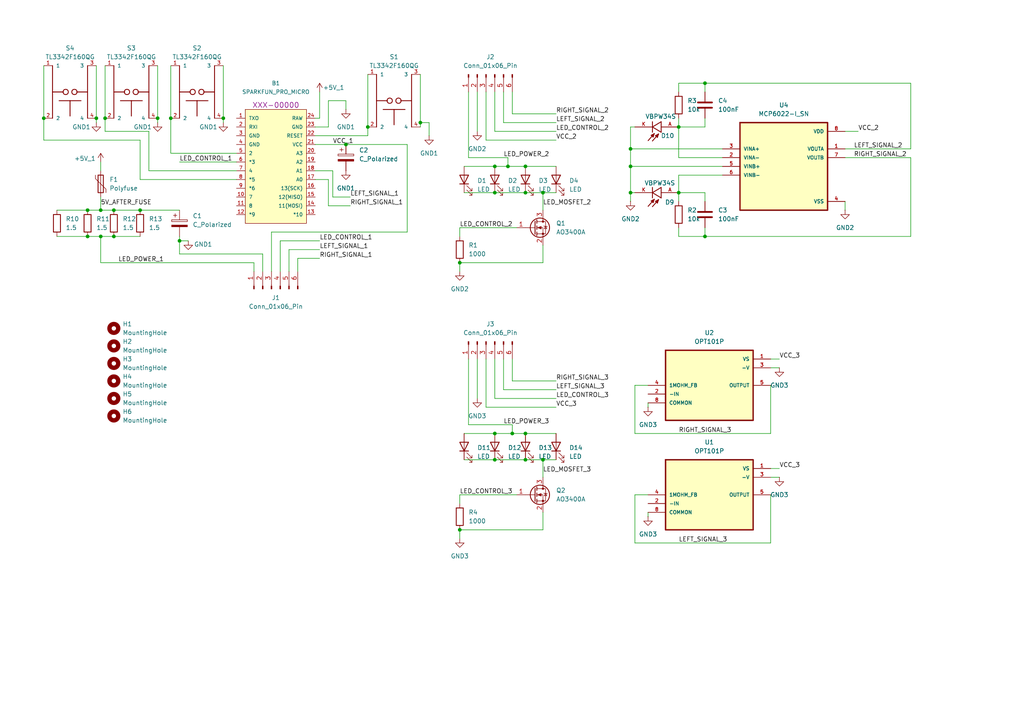
<source format=kicad_sch>
(kicad_sch (version 20231120) (generator "eeschema") (generator_version "8.0")
  (paper "A4")
  (lib_symbols
    (symbol "Connector:Conn_01x06_Pin" (pin_names (offset 1.016) hide)
      (property "Reference" "J" (at 0 7.62 0))
      (property "Value" "Conn_01x06_Pin" (at 0 -10.16 0))
      (symbol "Conn_01x06_Pin_1_1"
        (polyline (pts (xy 1.27 -7.62) (xy 0.8636 -7.62)) (stroke (width 0.1524)))
        (polyline (pts (xy 1.27 -5.08) (xy 0.8636 -5.08)) (stroke (width 0.1524)))
        (polyline (pts (xy 1.27 -2.54) (xy 0.8636 -2.54)) (stroke (width 0.1524)))
        (polyline (pts (xy 1.27 0) (xy 0.8636 0)) (stroke (width 0.1524)))
        (polyline (pts (xy 1.27 2.54) (xy 0.8636 2.54)) (stroke (width 0.1524)))
        (polyline (pts (xy 1.27 5.08) (xy 0.8636 5.08)) (stroke (width 0.1524)))
        (rectangle (start 0.8636 -7.493) (end 0 -7.747) (stroke (width 0.1524)) (fill (type outline)))
        (rectangle (start 0.8636 -4.953) (end 0 -5.207) (stroke (width 0.1524)) (fill (type outline)))
        (rectangle (start 0.8636 -2.413) (end 0 -2.667) (stroke (width 0.1524)) (fill (type outline)))
        (rectangle (start 0.8636 0.127) (end 0 -0.127) (stroke (width 0.1524)) (fill (type outline)))
        (rectangle (start 0.8636 2.667) (end 0 2.413) (stroke (width 0.1524)) (fill (type outline)))
        (rectangle (start 0.8636 5.207) (end 0 4.953) (stroke (width 0.1524)) (fill (type outline)))
        (pin passive line (at 5.08 5.08 180) (length 3.81) (name "Pin_1") (number "1"))
        (pin passive line (at 5.08 2.54 180) (length 3.81) (name "Pin_2") (number "2"))
        (pin passive line (at 5.08 0 180) (length 3.81) (name "Pin_3") (number "3"))
        (pin passive line (at 5.08 -2.54 180) (length 3.81) (name "Pin_4") (number "4"))
        (pin passive line (at 5.08 -5.08 180) (length 3.81) (name "Pin_5") (number "5"))
        (pin passive line (at 5.08 -7.62 180) (length 3.81) (name "Pin_6") (number "6"))
      )
    )
    (symbol "Device:C" (pin_numbers hide) (pin_names (offset 0.254))
      (property "Reference" "C" (at 0.635 2.54 0))
      (property "Value" "C" (at 0.635 -2.54 0))
      (symbol "C_0_1"
        (polyline (pts (xy -2.032 -0.762) (xy 2.032 -0.762)) (stroke (width 0.508)))
        (polyline (pts (xy -2.032 0.762) (xy 2.032 0.762)) (stroke (width 0.508)))
      )
      (symbol "C_1_1"
        (pin passive line (at 0 3.81 270) (length 2.794) (name "~") (number "1"))
        (pin passive line (at 0 -3.81 90) (length 2.794) (name "~") (number "2"))
      )
    )
    (symbol "Device:C_Polarized" (pin_numbers hide) (pin_names (offset 0.254))
      (property "Reference" "C" (at 0.635 2.54 0))
      (property "Value" "C_Polarized" (at 0.635 -2.54 0))
      (symbol "C_Polarized_0_1"
        (rectangle (start -2.286 0.508) (end 2.286 1.016))
        (polyline (pts (xy -1.778 2.286) (xy -0.762 2.286)))
        (polyline (pts (xy -1.27 2.794) (xy -1.27 1.778)))
        (rectangle (start 2.286 -0.508) (end -2.286 -1.016) (fill (type outline)))
      )
      (symbol "C_Polarized_1_1"
        (pin passive line (at 0 3.81 270) (length 2.794) (name "~") (number "1"))
        (pin passive line (at 0 -3.81 90) (length 2.794) (name "~") (number "2"))
      )
    )
    (symbol "Device:LED" (pin_numbers hide) (pin_names (offset 1.016) hide)
      (property "Reference" "D" (at 0 2.54 0))
      (property "Value" "LED" (at 0 -2.54 0))
      (symbol "LED_0_1"
        (polyline (pts (xy -1.27 -1.27) (xy -1.27 1.27)) (stroke (width 0.254)))
        (polyline (pts (xy -1.27 0) (xy 1.27 0)))
        (polyline (pts (xy 1.27 -1.27) (xy 1.27 1.27) (xy -1.27 0) (xy 1.27 -1.27)) (stroke (width 0.254)))
        (polyline (pts (xy -3.048 -0.762) (xy -4.572 -2.286) (xy -3.81 -2.286) (xy -4.572 -2.286) (xy -4.572 -1.524)))
        (polyline (pts (xy -1.778 -0.762) (xy -3.302 -2.286) (xy -2.54 -2.286) (xy -3.302 -2.286) (xy -3.302 -1.524)))
      )
      (symbol "LED_1_1"
        (pin passive line (at -3.81 0 0) (length 2.54) (name "K") (number "1"))
        (pin passive line (at 3.81 0 180) (length 2.54) (name "A") (number "2"))
      )
    )
    (symbol "Device:Polyfuse" (pin_numbers hide) (pin_names (offset 0))
      (property "Reference" "F" (at -2.54 0 90))
      (property "Value" "Polyfuse" (at 2.54 0 90))
      (symbol "Polyfuse_0_1"
        (rectangle (start -0.762 2.54) (end 0.762 -2.54) (stroke (width 0.254)))
        (polyline (pts (xy 0 2.54) (xy 0 -2.54)))
        (polyline (pts (xy -1.524 2.54) (xy -1.524 1.524) (xy 1.524 -1.524) (xy 1.524 -2.54)))
      )
      (symbol "Polyfuse_1_1"
        (pin passive line (at 0 3.81 270) (length 1.27) (name "~") (number "1"))
        (pin passive line (at 0 -3.81 90) (length 1.27) (name "~") (number "2"))
      )
    )
    (symbol "Device:R" (pin_numbers hide) (pin_names (offset 0))
      (property "Reference" "R" (at 2.032 0 90))
      (property "Value" "R" (at 0 0 90))
      (symbol "R_0_1"
        (rectangle (start -1.016 -2.54) (end 1.016 2.54) (stroke (width 0.254)))
      )
      (symbol "R_1_1"
        (pin passive line (at 0 3.81 270) (length 1.27) (name "~") (number "1"))
        (pin passive line (at 0 -3.81 90) (length 1.27) (name "~") (number "2"))
      )
    )
    (symbol "MCP6022-I_SN:MCP6022-I_SN" (pin_names (offset 1.016))
      (property "Reference" "U" (at -12.7 13.7 0))
      (property "Value" "MCP6022-I_SN" (at -12.7 -16.7 0))
      (symbol "MCP6022-I_SN_0_0"
        (rectangle (start -12.7 -12.7) (end 12.7 12.7) (stroke (width 0.41)) (fill (type background)))
        (pin output line (at 17.78 5.08 180) (length 5.08) (name "VOUTA") (number "1"))
        (pin input line (at -17.78 2.54 0) (length 5.08) (name "VINA-") (number "2"))
        (pin input line (at -17.78 5.08 0) (length 5.08) (name "VINA+") (number "3"))
        (pin power_in line (at 17.78 -10.16 180) (length 5.08) (name "VSS") (number "4"))
        (pin input line (at -17.78 0 0) (length 5.08) (name "VINB+") (number "5"))
        (pin input line (at -17.78 -2.54 0) (length 5.08) (name "VINB-") (number "6"))
        (pin output line (at 17.78 2.54 180) (length 5.08) (name "VOUTB") (number "7"))
        (pin power_in line (at 17.78 10.16 180) (length 5.08) (name "VDD") (number "8"))
      )
    )
    (symbol "Mechanical:MountingHole" (pin_names (offset 1.016)) (exclude_from_sim yes) (in_bom no)
      (property "Reference" "H" (at 0 5.08 0))
      (property "Value" "MountingHole" (at 0 3.175 0))
      (symbol "MountingHole_0_1"
        (circle (center 0 0) (radius 1.27) (stroke (width 1.27)))
      )
    )
    (symbol "OPT101:OPT101P" (pin_names (offset 1.016))
      (property "Reference" "U" (at -12.7 11.16 0))
      (property "Value" "OPT101P" (at -12.7 -14.16 0))
      (symbol "OPT101P_0_0"
        (rectangle (start -12.7 -10.16) (end 12.7 10.16) (stroke (width 0.41)) (fill (type background)))
        (pin power_in line (at 17.78 7.62 180) (length 5.08) (name "VS") (number "1"))
        (pin input line (at -17.78 -2.54 0) (length 5.08) (name "-IN") (number "2"))
        (pin power_in line (at 17.78 5.08 180) (length 5.08) (name "-V") (number "3"))
        (pin input line (at -17.78 0 0) (length 5.08) (name "1MOHM_FB") (number "4"))
        (pin output line (at 17.78 0 180) (length 5.08) (name "OUTPUT") (number "5"))
        (pin input line (at -17.78 -5.08 0) (length 5.08) (name "COMMON") (number "8"))
      )
    )
    (symbol "Sparkfun.Boards:SPARKFUN_PRO_MICRO" (pin_names (offset 1.016))
      (property "Reference" "B" (at -8.89 17.78 0))
      (property "Value" "SPARKFUN_PRO_MICRO" (at -8.89 -19.05 0))
      (property "Field4" "XXX-00000" (at 0 21.59 0))
      (symbol "SPARKFUN_PRO_MICRO_1_1"
        (polyline (pts (xy -8.89 16.51) (xy -8.89 -16.51) (xy 8.89 -16.51) (xy 8.89 16.51) (xy -8.89 16.51)) (fill (type background)))
        (pin bidirectional line (at -11.43 13.97 0) (length 2.54) (name "TXO") (number "1"))
        (pin bidirectional line (at -11.43 -8.89 0) (length 2.54) (name "7") (number "10"))
        (pin bidirectional line (at -11.43 -11.43 0) (length 2.54) (name "8") (number "11"))
        (pin bidirectional line (at -11.43 -13.97 0) (length 2.54) (name "*9") (number "12"))
        (pin bidirectional line (at 11.43 -13.97 180) (length 2.54) (name "*10") (number "13"))
        (pin bidirectional line (at 11.43 -11.43 180) (length 2.54) (name "11(MOSI)") (number "14"))
        (pin bidirectional line (at 11.43 -8.89 180) (length 2.54) (name "12(MISO)") (number "15"))
        (pin bidirectional line (at 11.43 -6.35 180) (length 2.54) (name "13(SCK)") (number "16"))
        (pin bidirectional line (at 11.43 -3.81 180) (length 2.54) (name "A0") (number "17"))
        (pin bidirectional line (at 11.43 -1.27 180) (length 2.54) (name "A1") (number "18"))
        (pin bidirectional line (at 11.43 1.27 180) (length 2.54) (name "A2") (number "19"))
        (pin bidirectional line (at -11.43 11.43 0) (length 2.54) (name "RXI") (number "2"))
        (pin bidirectional line (at 11.43 3.81 180) (length 2.54) (name "A3") (number "20"))
        (pin power_in line (at 11.43 6.35 180) (length 2.54) (name "VCC") (number "21"))
        (pin bidirectional line (at 11.43 8.89 180) (length 2.54) (name "RESET") (number "22"))
        (pin power_in line (at 11.43 11.43 180) (length 2.54) (name "GND") (number "23"))
        (pin power_in line (at 11.43 13.97 180) (length 2.54) (name "RAW") (number "24"))
        (pin power_in line (at -11.43 8.89 0) (length 2.54) (name "GND") (number "3"))
        (pin power_in line (at -11.43 6.35 0) (length 2.54) (name "GND") (number "4"))
        (pin bidirectional line (at -11.43 3.81 0) (length 2.54) (name "2") (number "5"))
        (pin bidirectional line (at -11.43 1.27 0) (length 2.54) (name "*3") (number "6"))
        (pin bidirectional line (at -11.43 -1.27 0) (length 2.54) (name "4") (number "7"))
        (pin bidirectional line (at -11.43 -3.81 0) (length 2.54) (name "*5") (number "8"))
        (pin bidirectional line (at -11.43 -6.35 0) (length 2.54) (name "*6") (number "9"))
      )
    )
    (symbol "TactileSwitch:TL3342F160QG" (pin_names (offset 1.016))
      (property "Reference" "S" (at -8.9062 11.4509 0))
      (property "Value" "TL3342F160QG" (at -8.898 -12.7114 0))
      (symbol "TL3342F160QG_0_0"
        (circle (center 0 -1.27) (radius 0.762) (stroke (width 0.254)))
        (polyline (pts (xy -7.62 -5.08) (xy 0 -5.08)) (stroke (width 0.254)))
        (polyline (pts (xy -7.62 5.08) (xy 0 5.08)) (stroke (width 0.254)))
        (polyline (pts (xy 0 -5.08) (xy 7.62 -5.08)) (stroke (width 0.254)))
        (polyline (pts (xy 0 -1.905) (xy 0 -5.08)) (stroke (width 0.254)))
        (polyline (pts (xy 0 1.905) (xy 0 5.08)) (stroke (width 0.254)))
        (polyline (pts (xy 0 5.08) (xy 7.62 5.08)) (stroke (width 0.254)))
        (polyline (pts (xy 2.54 0) (xy 2.54 -3.175)) (stroke (width 0.254)))
        (polyline (pts (xy 2.54 0) (xy 6.985 0)) (stroke (width 0.254)))
        (polyline (pts (xy 2.54 3.175) (xy 2.54 0)) (stroke (width 0.254)))
        (circle (center 0 1.27) (radius 0.762) (stroke (width 0.254)))
        (pin passive line (at -7.62 -7.62 90) (length 2.54) (name "1") (number "1"))
        (pin passive line (at 7.62 -7.62 90) (length 2.54) (name "2") (number "2"))
        (pin passive line (at -7.62 7.62 270) (length 2.54) (name "3") (number "3"))
        (pin passive line (at 7.62 7.62 270) (length 2.54) (name "4") (number "4"))
      )
    )
    (symbol "Transistor_FET:AO3400A" (pin_names hide)
      (property "Reference" "Q" (at 5.08 1.905 0))
      (property "Value" "AO3400A" (at 5.08 0 0))
      (symbol "AO3400A_0_1"
        (polyline (pts (xy 0.254 0) (xy -2.54 0)))
        (polyline (pts (xy 0.254 1.905) (xy 0.254 -1.905)) (stroke (width 0.254)))
        (polyline (pts (xy 0.762 -1.27) (xy 0.762 -2.286)) (stroke (width 0.254)))
        (polyline (pts (xy 0.762 0.508) (xy 0.762 -0.508)) (stroke (width 0.254)))
        (polyline (pts (xy 0.762 2.286) (xy 0.762 1.27)) (stroke (width 0.254)))
        (polyline (pts (xy 2.54 2.54) (xy 2.54 1.778)))
        (polyline (pts (xy 2.54 -2.54) (xy 2.54 0) (xy 0.762 0)))
        (polyline (pts (xy 0.762 -1.778) (xy 3.302 -1.778) (xy 3.302 1.778) (xy 0.762 1.778)))
        (polyline (pts (xy 1.016 0) (xy 2.032 0.381) (xy 2.032 -0.381) (xy 1.016 0)) (fill (type outline)))
        (polyline (pts (xy 2.794 0.508) (xy 2.921 0.381) (xy 3.683 0.381) (xy 3.81 0.254)))
        (polyline (pts (xy 3.302 0.381) (xy 2.921 -0.254) (xy 3.683 -0.254) (xy 3.302 0.381)))
        (circle (center 1.651 0) (radius 2.794) (stroke (width 0.254)))
        (circle (center 2.54 -1.778) (radius 0.254) (fill (type outline)))
        (circle (center 2.54 1.778) (radius 0.254) (fill (type outline)))
      )
      (symbol "AO3400A_1_1"
        (pin input line (at -5.08 0 0) (length 2.54) (name "G") (number "1"))
        (pin passive line (at 2.54 -5.08 90) (length 2.54) (name "S") (number "2"))
        (pin passive line (at 2.54 5.08 270) (length 2.54) (name "D") (number "3"))
      )
    )
    (symbol "VBPW34S:VBPW34S" (pin_names (offset 1.016))
      (property "Reference" "D" (at -0.5588 4.4958 0))
      (property "Value" "VBPW34S" (at -1.016 -3.302 0))
      (symbol "VBPW34S_0_0"
        (polyline (pts (xy 0 -1.524) (xy 2.54 0)) (stroke (width 0.254)))
        (polyline (pts (xy 0 1.524) (xy 0 -1.524)) (stroke (width 0.254)))
        (polyline (pts (xy 0.762 2.032) (xy 1.0922 2.9972)) (stroke (width 0.254)))
        (polyline (pts (xy 0.762 2.032) (xy 2.54 4.064)) (stroke (width 0.254)))
        (polyline (pts (xy 1.0668 2.2606) (xy 1.1938 2.2606)) (stroke (width 0.254)))
        (polyline (pts (xy 1.0922 2.9972) (xy 1.0668 2.2606)) (stroke (width 0.254)))
        (polyline (pts (xy 1.0922 2.9972) (xy 1.651 2.5146)) (stroke (width 0.254)))
        (polyline (pts (xy 1.4732 2.5908) (xy 1.2446 2.4384)) (stroke (width 0.254)))
        (polyline (pts (xy 1.651 2.5146) (xy 0.762 2.032)) (stroke (width 0.254)))
        (polyline (pts (xy 2.0066 1.9304) (xy 2.3368 2.8956)) (stroke (width 0.254)))
        (polyline (pts (xy 2.0066 1.9304) (xy 3.7846 3.9624)) (stroke (width 0.254)))
        (polyline (pts (xy 2.3114 2.159) (xy 2.4384 2.159)) (stroke (width 0.254)))
        (polyline (pts (xy 2.3368 2.8956) (xy 2.3114 2.159)) (stroke (width 0.254)))
        (polyline (pts (xy 2.3368 2.8956) (xy 2.8956 2.413)) (stroke (width 0.254)))
        (polyline (pts (xy 2.54 0) (xy 0 1.524)) (stroke (width 0.254)))
        (polyline (pts (xy 2.54 1.524) (xy 2.54 -1.524)) (stroke (width 0.254)))
        (polyline (pts (xy 2.7178 2.4892) (xy 2.4892 2.3368)) (stroke (width 0.254)))
        (polyline (pts (xy 2.8956 2.413) (xy 2.0066 1.9304)) (stroke (width 0.254)))
        (pin passive line (at -5.08 0 0) (length 5.08) (name "~") (number "A"))
        (pin passive line (at 7.62 0 180) (length 5.08) (name "~") (number "K"))
      )
    )
    (symbol "power:+5V" (power) (pin_names (offset 0))
      (property "Value" "+5V" (at 0 3.556 0))
      (symbol "+5V_0_1"
        (polyline (pts (xy -0.762 1.27) (xy 0 2.54)))
        (polyline (pts (xy 0 0) (xy 0 2.54)))
        (polyline (pts (xy 0 2.54) (xy 0.762 1.27)))
      )
      (symbol "+5V_1_1"
        (pin power_in line (at 0 0 90) (length 0) hide (name "+5V") (number "1"))
      )
    )
    (symbol "power:GND1" (power) (pin_numbers hide) (pin_names (offset 0) hide)
      (property "Value" "GND1" (at 0 -3.81 0))
      (symbol "GND1_0_1"
        (polyline (pts (xy 0 0) (xy 0 -1.27) (xy 1.27 -1.27) (xy 0 -2.54) (xy -1.27 -1.27) (xy 0 -1.27)))
      )
      (symbol "GND1_1_1"
        (pin power_in line (at 0 0 270) (length 0) (name "~") (number "1"))
      )
    )
    (symbol "power:GND2" (power) (pin_numbers hide) (pin_names (offset 0) hide)
      (property "Value" "GND2" (at 0 -3.81 0))
      (symbol "GND2_0_1"
        (polyline (pts (xy 0 0) (xy 0 -1.27) (xy 1.27 -1.27) (xy 0 -2.54) (xy -1.27 -1.27) (xy 0 -1.27)))
      )
      (symbol "GND2_1_1"
        (pin power_in line (at 0 0 270) (length 0) (name "~") (number "1"))
      )
    )
    (symbol "power:GND3" (power) (pin_numbers hide) (pin_names (offset 0) hide)
      (property "Value" "GND3" (at 0 -3.81 0))
      (symbol "GND3_0_1"
        (polyline (pts (xy 0 0) (xy 0 -1.27) (xy 1.27 -1.27) (xy 0 -2.54) (xy -1.27 -1.27) (xy 0 -1.27)))
      )
      (symbol "GND3_1_1"
        (pin power_in line (at 0 0 270) (length 0) (name "~") (number "1"))
      )
    )
  )
  (junction (at 25.4 60.96))
  (junction (at 152.4 48.26))
  (junction (at 27.94 34.29))
  (junction (at 204.47 24.13))
  (junction (at 12.7 34.29))
  (junction (at 143.51 125.73))
  (junction (at 30.48 34.29))
  (junction (at 45.72 34.29))
  (junction (at 182.88 43.18))
  (junction (at 143.51 133.35))
  (junction (at 33.02 68.58))
  (junction (at 25.4 68.58))
  (junction (at 152.4 125.73))
  (junction (at 133.35 76.2))
  (junction (at 40.64 60.96))
  (junction (at 152.4 133.35))
  (junction (at 157.48 133.35))
  (junction (at 52.07 69.85))
  (junction (at 196.85 55.88))
  (junction (at 157.48 55.88))
  (junction (at 64.77 34.29))
  (junction (at 29.21 60.96))
  (junction (at 196.85 36.83))
  (junction (at 121.92 35.56))
  (junction (at 143.51 55.88))
  (junction (at 147.32 48.26))
  (junction (at 106.68 36.83))
  (junction (at 204.47 68.58))
  (junction (at 143.51 48.26))
  (junction (at 29.21 68.58))
  (junction (at 152.4 55.88))
  (junction (at 148.59 125.73))
  (junction (at 133.35 153.67))
  (junction (at 182.88 55.88))
  (junction (at 100.33 41.91))
  (junction (at 33.02 60.96))
  (junction (at 182.88 48.26))
  (junction (at 49.53 34.29))
  (wire (pts (xy 43.18 38.1) (xy 43.18 49.53)))
  (wire (pts (xy 49.53 44.45) (xy 68.58 44.45)))
  (wire (pts (xy 182.88 55.88) (xy 184.15 55.88)))
  (wire (pts (xy 245.11 38.1) (xy 248.92 38.1)))
  (wire (pts (xy 146.05 104.14) (xy 146.05 113.03)))
  (wire (pts (xy 124.46 35.56) (xy 121.92 35.56)))
  (wire (pts (xy 182.88 58.42) (xy 182.88 55.88)))
  (wire (pts (xy 138.43 104.14) (xy 138.43 115.57)))
  (wire (pts (xy 40.64 52.07) (xy 68.58 52.07)))
  (wire (pts (xy 95.25 52.07) (xy 91.44 52.07)))
  (wire (pts (xy 147.32 45.72) (xy 147.32 48.26)))
  (wire (pts (xy 152.4 48.26) (xy 161.29 48.26)))
  (wire (pts (xy 204.47 55.88) (xy 204.47 58.42)))
  (wire (pts (xy 245.11 45.72) (xy 264.16 45.72)))
  (wire (pts (xy 182.88 48.26) (xy 182.88 55.88)))
  (wire (pts (xy 204.47 66.04) (xy 204.47 68.58)))
  (wire (pts (xy 45.72 34.29) (xy 45.72 35.56)))
  (wire (pts (xy 196.85 45.72) (xy 209.55 45.72)))
  (wire (pts (xy 196.85 24.13) (xy 204.47 24.13)))
  (wire (pts (xy 134.62 55.88) (xy 143.51 55.88)))
  (wire (pts (xy 157.48 133.35) (xy 157.48 138.43)))
  (wire (pts (xy 223.52 104.14) (xy 226.06 104.14)))
  (wire (pts (xy 135.89 123.19) (xy 148.59 123.19)))
  (wire (pts (xy 264.16 43.18) (xy 264.16 24.13)))
  (wire (pts (xy 187.96 116.84) (xy 187.96 118.11)))
  (wire (pts (xy 146.05 113.03) (xy 161.29 113.03)))
  (wire (pts (xy 184.15 157.48) (xy 184.15 143.51)))
  (wire (pts (xy 29.21 68.58) (xy 33.02 68.58)))
  (wire (pts (xy 25.4 60.96) (xy 16.51 60.96)))
  (wire (pts (xy 264.16 68.58) (xy 204.47 68.58)))
  (wire (pts (xy 196.85 24.13) (xy 196.85 26.67)))
  (wire (pts (xy 33.02 68.58) (xy 40.64 68.58)))
  (wire (pts (xy 133.35 143.51) (xy 149.86 143.51)))
  (wire (pts (xy 64.77 34.29) (xy 64.77 35.56)))
  (wire (pts (xy 100.33 29.21) (xy 100.33 31.75)))
  (wire (pts (xy 223.52 106.68) (xy 226.06 106.68)))
  (wire (pts (xy 148.59 104.14) (xy 148.59 110.49)))
  (wire (pts (xy 49.53 19.05) (xy 49.53 34.29)))
  (wire (pts (xy 29.21 60.96) (xy 33.02 60.96)))
  (wire (pts (xy 196.85 66.04) (xy 196.85 68.58)))
  (wire (pts (xy 135.89 26.67) (xy 135.89 45.72)))
  (wire (pts (xy 157.48 55.88) (xy 161.29 55.88)))
  (wire (pts (xy 135.89 45.72) (xy 147.32 45.72)))
  (wire (pts (xy 134.62 133.35) (xy 143.51 133.35)))
  (wire (pts (xy 196.85 36.83) (xy 204.47 36.83)))
  (wire (pts (xy 91.44 41.91) (xy 100.33 41.91)))
  (wire (pts (xy 147.32 48.26) (xy 152.4 48.26)))
  (wire (pts (xy 45.72 19.05) (xy 45.72 34.29)))
  (wire (pts (xy 182.88 43.18) (xy 182.88 48.26)))
  (wire (pts (xy 196.85 34.29) (xy 196.85 36.83)))
  (wire (pts (xy 140.97 104.14) (xy 140.97 118.11)))
  (wire (pts (xy 133.35 153.67) (xy 133.35 156.21)))
  (wire (pts (xy 143.51 55.88) (xy 152.4 55.88)))
  (wire (pts (xy 30.48 34.29) (xy 30.48 38.1)))
  (wire (pts (xy 33.02 60.96) (xy 40.64 60.96)))
  (wire (pts (xy 96.52 49.53) (xy 91.44 49.53)))
  (wire (pts (xy 223.52 143.51) (xy 223.52 157.48)))
  (wire (pts (xy 133.35 66.04) (xy 133.35 68.58)))
  (wire (pts (xy 91.44 36.83) (xy 95.25 36.83)))
  (wire (pts (xy 134.62 48.26) (xy 143.51 48.26)))
  (wire (pts (xy 12.7 40.64) (xy 40.64 40.64)))
  (wire (pts (xy 196.85 36.83) (xy 196.85 45.72)))
  (wire (pts (xy 157.48 133.35) (xy 161.29 133.35)))
  (wire (pts (xy 12.7 19.05) (xy 12.7 34.29)))
  (wire (pts (xy 157.48 148.59) (xy 157.48 153.67)))
  (wire (pts (xy 264.16 45.72) (xy 264.16 68.58)))
  (wire (pts (xy 204.47 24.13) (xy 264.16 24.13)))
  (wire (pts (xy 25.4 68.58) (xy 29.21 68.58)))
  (wire (pts (xy 95.25 59.69) (xy 101.6 59.69)))
  (wire (pts (xy 29.21 68.58) (xy 29.21 76.2)))
  (wire (pts (xy 196.85 55.88) (xy 204.47 55.88)))
  (wire (pts (xy 29.21 60.96) (xy 25.4 60.96)))
  (wire (pts (xy 148.59 110.49) (xy 161.29 110.49)))
  (wire (pts (xy 96.52 57.15) (xy 101.6 57.15)))
  (wire (pts (xy 27.94 35.56) (xy 27.94 34.29)))
  (wire (pts (xy 29.21 57.15) (xy 29.21 60.96)))
  (wire (pts (xy 106.68 21.59) (xy 106.68 36.83)))
  (wire (pts (xy 143.51 133.35) (xy 152.4 133.35)))
  (wire (pts (xy 148.59 33.02) (xy 161.29 33.02)))
  (wire (pts (xy 95.25 36.83) (xy 95.25 29.21)))
  (wire (pts (xy 95.25 59.69) (xy 95.25 52.07)))
  (wire (pts (xy 143.51 38.1) (xy 161.29 38.1)))
  (wire (pts (xy 140.97 26.67) (xy 140.97 40.64)))
  (wire (pts (xy 52.07 73.66) (xy 76.2 73.66)))
  (wire (pts (xy 143.51 125.73) (xy 148.59 125.73)))
  (wire (pts (xy 196.85 55.88) (xy 196.85 58.42)))
  (wire (pts (xy 140.97 118.11) (xy 161.29 118.11)))
  (wire (pts (xy 182.88 36.83) (xy 182.88 43.18)))
  (wire (pts (xy 143.51 104.14) (xy 143.51 115.57)))
  (wire (pts (xy 223.52 125.73) (xy 184.15 125.73)))
  (wire (pts (xy 143.51 26.67) (xy 143.51 38.1)))
  (wire (pts (xy 223.52 111.76) (xy 223.52 125.73)))
  (wire (pts (xy 157.48 71.12) (xy 157.48 76.2)))
  (wire (pts (xy 184.15 125.73) (xy 184.15 111.76)))
  (wire (pts (xy 133.35 143.51) (xy 133.35 146.05)))
  (wire (pts (xy 204.47 34.29) (xy 204.47 36.83)))
  (wire (pts (xy 52.07 69.85) (xy 52.07 73.66)))
  (wire (pts (xy 245.11 58.42) (xy 245.11 60.96)))
  (wire (pts (xy 245.11 43.18) (xy 264.16 43.18)))
  (wire (pts (xy 143.51 48.26) (xy 147.32 48.26)))
  (wire (pts (xy 148.59 123.19) (xy 148.59 125.73)))
  (wire (pts (xy 134.62 125.73) (xy 143.51 125.73)))
  (wire (pts (xy 64.77 19.05) (xy 64.77 34.29)))
  (wire (pts (xy 146.05 26.67) (xy 146.05 35.56)))
  (wire (pts (xy 76.2 73.66) (xy 76.2 78.74)))
  (wire (pts (xy 43.18 49.53) (xy 68.58 49.53)))
  (wire (pts (xy 223.52 157.48) (xy 184.15 157.48)))
  (wire (pts (xy 27.94 19.05) (xy 27.94 34.29)))
  (wire (pts (xy 91.44 39.37) (xy 106.68 39.37)))
  (wire (pts (xy 40.64 40.64) (xy 40.64 52.07)))
  (wire (pts (xy 16.51 68.58) (xy 25.4 68.58)))
  (wire (pts (xy 204.47 68.58) (xy 196.85 68.58)))
  (wire (pts (xy 40.64 60.96) (xy 52.07 60.96)))
  (wire (pts (xy 184.15 143.51) (xy 187.96 143.51)))
  (wire (pts (xy 148.59 125.73) (xy 152.4 125.73)))
  (wire (pts (xy 182.88 36.83) (xy 184.15 36.83)))
  (wire (pts (xy 86.36 74.93) (xy 92.71 74.93)))
  (wire (pts (xy 100.33 41.91) (xy 118.11 41.91)))
  (wire (pts (xy 30.48 38.1) (xy 43.18 38.1)))
  (wire (pts (xy 73.66 76.2) (xy 73.66 78.74)))
  (wire (pts (xy 204.47 24.13) (xy 204.47 26.67)))
  (wire (pts (xy 196.85 50.8) (xy 196.85 55.88)))
  (wire (pts (xy 121.92 35.56) (xy 121.92 36.83)))
  (wire (pts (xy 133.35 76.2) (xy 133.35 78.74)))
  (wire (pts (xy 29.21 76.2) (xy 73.66 76.2)))
  (wire (pts (xy 83.82 72.39) (xy 92.71 72.39)))
  (wire (pts (xy 135.89 104.14) (xy 135.89 123.19)))
  (wire (pts (xy 91.44 34.29) (xy 92.71 34.29)))
  (wire (pts (xy 118.11 41.91) (xy 118.11 67.31)))
  (wire (pts (xy 143.51 115.57) (xy 161.29 115.57)))
  (wire (pts (xy 52.07 46.99) (xy 68.58 46.99)))
  (wire (pts (xy 133.35 66.04) (xy 149.86 66.04)))
  (wire (pts (xy 121.92 21.59) (xy 121.92 35.56)))
  (wire (pts (xy 49.53 34.29) (xy 49.53 44.45)))
  (wire (pts (xy 196.85 50.8) (xy 209.55 50.8)))
  (wire (pts (xy 118.11 67.31) (xy 78.74 67.31)))
  (wire (pts (xy 78.74 67.31) (xy 78.74 78.74)))
  (wire (pts (xy 152.4 125.73) (xy 161.29 125.73)))
  (wire (pts (xy 133.35 153.67) (xy 157.48 153.67)))
  (wire (pts (xy 223.52 135.89) (xy 226.06 135.89)))
  (wire (pts (xy 146.05 35.56) (xy 161.29 35.56)))
  (wire (pts (xy 182.88 43.18) (xy 209.55 43.18)))
  (wire (pts (xy 29.21 46.99) (xy 29.21 49.53)))
  (wire (pts (xy 148.59 26.67) (xy 148.59 33.02)))
  (wire (pts (xy 106.68 39.37) (xy 106.68 36.83)))
  (wire (pts (xy 140.97 40.64) (xy 161.29 40.64)))
  (wire (pts (xy 81.28 78.74) (xy 81.28 69.85)))
  (wire (pts (xy 152.4 55.88) (xy 157.48 55.88)))
  (wire (pts (xy 124.46 35.56) (xy 124.46 39.37)))
  (wire (pts (xy 223.52 138.43) (xy 226.06 138.43)))
  (wire (pts (xy 138.43 26.67) (xy 138.43 38.1)))
  (wire (pts (xy 54.61 69.85) (xy 52.07 69.85)))
  (wire (pts (xy 12.7 34.29) (xy 12.7 40.64)))
  (wire (pts (xy 96.52 57.15) (xy 96.52 49.53)))
  (wire (pts (xy 92.71 34.29) (xy 92.71 26.67)))
  (wire (pts (xy 182.88 48.26) (xy 209.55 48.26)))
  (wire (pts (xy 184.15 111.76) (xy 187.96 111.76)))
  (wire (pts (xy 30.48 19.05) (xy 30.48 34.29)))
  (wire (pts (xy 86.36 78.74) (xy 86.36 74.93)))
  (wire (pts (xy 81.28 69.85) (xy 92.71 69.85)))
  (wire (pts (xy 187.96 148.59) (xy 187.96 149.86)))
  (wire (pts (xy 152.4 133.35) (xy 157.48 133.35)))
  (wire (pts (xy 157.48 55.88) (xy 157.48 60.96)))
  (wire (pts (xy 95.25 29.21) (xy 100.33 29.21)))
  (wire (pts (xy 83.82 78.74) (xy 83.82 72.39)))
  (wire (pts (xy 133.35 76.2) (xy 157.48 76.2)))
  (wire (pts (xy 52.07 68.58) (xy 52.07 69.85)))
  (label "LED_POWER_3" (at 146.05 123.19 0))
  (label "VCC_3" (at 226.06 104.14 0))
  (label "LEFT_SIGNAL_2" (at 161.29 35.56 0))
  (label "VCC_2" (at 248.92 38.1 0))
  (label "RIGHT_SIGNAL_2" (at 161.29 33.02 0))
  (label "RIGHT_SIGNAL_3" (at 196.85 125.73 0))
  (label "RIGHT_SIGNAL_1" (at 92.71 74.93 0))
  (label "5V_AFTER_FUSE" (at 29.21 59.69 0))
  (label "VCC_2" (at 161.29 40.64 0))
  (label "VCC_3" (at 161.29 118.11 0))
  (label "LED_CONTROL_3" (at 161.29 115.57 0))
  (label "RIGHT_SIGNAL_1" (at 101.6 59.69 0))
  (label "LED_POWER_1" (at 34.29 76.2 0))
  (label "LED_MOSFET_2" (at 157.48 59.69 0))
  (label "VCC_1" (at 96.52 41.91 0))
  (label "LED_CONTROL_3" (at 133.35 143.51 0))
  (label "LEFT_SIGNAL_2" (at 247.65 43.18 0))
  (label "LEFT_SIGNAL_1" (at 92.71 72.39 0))
  (label "LED_CONTROL_2" (at 161.29 38.1 0))
  (label "LED_MOSFET_3" (at 157.48 137.16 0))
  (label "RIGHT_SIGNAL_3" (at 161.29 110.49 0))
  (label "LED_CONTROL_1" (at 52.07 46.99 0))
  (label "VCC_3" (at 226.06 135.89 0))
  (label "LED_CONTROL_2" (at 133.35 66.04 0))
  (label "LEFT_SIGNAL_3" (at 196.85 157.48 0))
  (label "LEFT_SIGNAL_3" (at 161.29 113.03 0))
  (label "RIGHT_SIGNAL_2" (at 247.65 45.72 0))
  (label "LED_POWER_2" (at 146.05 45.72 0))
  (label "LED_CONTROL_1" (at 92.71 69.85 0))
  (label "LEFT_SIGNAL_1" (at 101.6 57.15 0))
  (symbol (lib_id "power:GND3") (at 226.06 106.68 0) (unit 1)
    (property "Reference" "#PWR012" (effects (hide yes)))
    (property "Value" "GND3" (at 226.06 111.76 0))
    (property "Description" "Power symbol creates a global label with name \"GND3\" , ground" (effects (hide yes)))
  )
  (symbol (lib_id "Device:R") (at 25.4 64.77 0) (unit 1)
    (property "Reference" "R11" (at 27.94 63.4999 0) (effects (justify left)))
    (property "Value" "1.5" (at 27.94 66.0399 0) (effects (justify left)))
    (property "Footprint" "Resistor_SMD:R_2512_6332Metric_Pad1.40x3.35mm_HandSolder" (effects (hide yes)))
  )
  (symbol (lib_id "Device:R") (at 133.35 72.39 0) (unit 1)
    (property "Reference" "R1" (at 135.89 71.1199 0) (effects (justify left)))
    (property "Value" "1000" (at 135.89 73.6599 0) (effects (justify left)))
    (property "Footprint" "Resistor_SMD:R_0603_1608Metric_Pad0.98x0.95mm_HandSolder" (effects (hide yes)))
  )
  (symbol (lib_id "Device:LED") (at 134.62 129.54 90) (unit 1)
    (property "Reference" "D11" (at 138.43 129.8574 90) (effects (justify right)))
    (property "Value" "LED" (at 138.43 132.3974 90) (effects (justify right)))
    (property "Footprint" "LED_SMD:LED_1210_3225Metric_Pad1.42x2.65mm_HandSolder" (effects (hide yes)))
  )
  (symbol (lib_id "Transistor_FET:AO3400A") (at 154.94 66.04 0) (unit 1)
    (property "Reference" "Q1" (at 161.29 64.7699 0) (effects (justify left)))
    (property "Value" "AO3400A" (at 161.29 67.3099 0) (effects (justify left)))
    (property "Footprint" "Package_TO_SOT_SMD:SOT-23" (effects (hide yes)))
    (property "Datasheet" "http://www.aosmd.com/pdfs/datasheet/AO3400A.pdf" (effects (hide yes)))
  )
  (symbol (lib_id "power:GND2") (at 138.43 38.1 0) (unit 1)
    (property "Reference" "#PWR07" (effects (hide yes)))
    (property "Value" "GND2" (at 138.43 43.18 0))
    (property "Description" "Power symbol creates a global label with name \"GND2\" , ground" (effects (hide yes)))
  )
  (symbol (lib_id "Transistor_FET:AO3400A") (at 154.94 143.51 0) (unit 1)
    (property "Reference" "Q2" (at 161.29 142.2399 0) (effects (justify left)))
    (property "Value" "AO3400A" (at 161.29 144.7799 0) (effects (justify left)))
    (property "Footprint" "Package_TO_SOT_SMD:SOT-23" (effects (hide yes)))
    (property "Datasheet" "http://www.aosmd.com/pdfs/datasheet/AO3400A.pdf" (effects (hide yes)))
  )
  (symbol (lib_id "power:+5V") (at 92.71 26.67 0) (unit 1)
    (property "Reference" "#PWR0111" (effects (hide yes)))
    (property "Value" "+5V_1" (at 96.774 25.4 0))
  )
  (symbol (lib_id "Device:LED") (at 152.4 129.54 90) (unit 1)
    (property "Reference" "D13" (at 156.21 129.8574 90) (effects (justify right)))
    (property "Value" "LED" (at 156.21 132.3974 90) (effects (justify right)))
    (property "Footprint" "LED_SMD:LED_1210_3225Metric_Pad1.42x2.65mm_HandSolder" (effects (hide yes)))
  )
  (symbol (lib_id "power:GND3") (at 138.43 115.57 0) (unit 1)
    (property "Reference" "#PWR08" (effects (hide yes)))
    (property "Value" "GND3" (at 138.43 120.65 0))
    (property "Description" "Power symbol creates a global label with name \"GND3\" , ground" (effects (hide yes)))
  )
  (symbol (lib_id "Device:Polyfuse") (at 29.21 53.34 0) (unit 1)
    (property "Reference" "F1" (at 31.75 52.07 0) (effects (justify left)))
    (property "Value" "Polyfuse" (at 31.75 54.61 0) (effects (justify left)))
    (property "Footprint" "Fuse:Fuse_0805_2012Metric_Pad1.15x1.40mm_HandSolder" (effects (hide yes)))
  )
  (symbol (lib_id "TactileSwitch:TL3342F160QG") (at 57.15 26.67 270) (unit 1)
    (property "Reference" "S2" (at 57.15 13.97 90))
    (property "Value" "TL3342F160QG" (at 57.15 16.51 90))
    (property "Footprint" "Tactile.Switch:SW_TL3342F160QG" (effects (hide yes)))
    (property "MANUFACTURER" "E SWITCH" (effects (hide yes)))
  )
  (symbol (lib_id "Device:R") (at 196.85 30.48 180) (unit 1)
    (property "Reference" "R3" (at 199.39 29.2099 0) (effects (justify right)))
    (property "Value" "10k" (at 199.39 31.7499 0) (effects (justify right)))
    (property "Footprint" "Resistor_SMD:R_0603_1608Metric_Pad0.98x0.95mm_HandSolder" (effects (hide yes)))
    (property "Description" "Resistor" (effects (hide yes)))
  )
  (symbol (lib_id "Device:R") (at 133.35 149.86 0) (unit 1)
    (property "Reference" "R4" (at 135.89 148.5899 0) (effects (justify left)))
    (property "Value" "1000" (at 135.89 151.1299 0) (effects (justify left)))
    (property "Footprint" "Resistor_SMD:R_0603_1608Metric_Pad0.98x0.95mm_HandSolder" (effects (hide yes)))
  )
  (symbol (lib_id "power:GND1") (at 100.33 49.53 0) (unit 1)
    (property "Reference" "#PWR01" (effects (hide yes)))
    (property "Value" "GND1" (at 100.33 54.61 0))
    (property "Description" "Power symbol creates a global label with name \"GND1\" , ground" (effects (hide yes)))
  )
  (symbol (lib_id "Connector:Conn_01x06_Pin") (at 140.97 99.06 90) (mirror x) (unit 1)
    (property "Reference" "J3" (at 142.24 93.98 90))
    (property "Value" "Conn_01x06_Pin" (at 142.24 96.52 90))
    (property "Footprint" "Connector_PinHeader_2.54mm:PinHeader_1x06_P2.54mm_Vertical" (effects (hide yes)))
    (property "Description" "Generic connector, single row, 01x06, script generated" (effects (hide yes)))
  )
  (symbol (lib_id "Mechanical:MountingHole") (at 33.02 110.49 0) (unit 1) (exclude_from_sim yes) (in_bom no)
    (property "Reference" "H4" (at 35.56 109.2199 0) (effects (justify left)))
    (property "Value" "MountingHole" (at 35.56 111.7599 0) (effects (justify left)))
    (property "Footprint" "Library:MountingHole_1.6mm_M1.4_ISO7380" (effects (hide yes)))
    (property "Description" "Mounting Hole without connection" (effects (hide yes)))
  )
  (symbol (lib_id "power:GND3") (at 187.96 118.11 0) (unit 1)
    (property "Reference" "#PWR016" (effects (hide yes)))
    (property "Value" "GND3" (at 187.96 123.19 0))
    (property "Description" "Power symbol creates a global label with name \"GND3\" , ground" (effects (hide yes)))
  )
  (symbol (lib_id "Sparkfun.Boards:SPARKFUN_PRO_MICRO") (at 80.01 48.26 0) (unit 1)
    (property "Reference" "B1" (at 80.01 24.13 0) (effects (font (size 1.143 1.143))))
    (property "Value" "SPARKFUN_PRO_MICRO" (at 80.01 26.67 0) (effects (font (size 1.143 1.143))))
    (property "Footprint" "Sparkfun.Boards:SPARKFUN_PRO_MICRO" (effects (hide yes)))
    (property "Field4" "XXX-00000" (at 80.01 30.48 0) (effects (font (size 1.524 1.524))))
  )
  (symbol (lib_id "power:GND3") (at 226.06 138.43 0) (unit 1)
    (property "Reference" "#PWR013" (effects (hide yes)))
    (property "Value" "GND3" (at 226.06 143.51 0))
    (property "Description" "Power symbol creates a global label with name \"GND3\" , ground" (effects (hide yes)))
  )
  (symbol (lib_id "OPT101:OPT101P") (at 205.74 111.76 0) (unit 1)
    (property "Reference" "U2" (at 205.74 96.52 0))
    (property "Value" "OPT101P" (at 205.74 99.06 0))
    (property "Footprint" "OPT101:DIP762W46P254L952H419Q8" (effects (hide yes)))
  )
  (symbol (lib_id "Device:C") (at 204.47 62.23 0) (unit 1)
    (property "Reference" "C3" (at 208.28 60.9599 0) (effects (justify left)))
    (property "Value" "100nF" (at 208.28 63.4999 0) (effects (justify left)))
    (property "Footprint" "Capacitor_SMD:C_0603_1608Metric_Pad1.08x0.95mm_HandSolder" (effects (hide yes)))
    (property "Description" "Unpolarized capacitor" (effects (hide yes)))
  )
  (symbol (lib_id "Device:LED") (at 152.4 52.07 90) (unit 1)
    (property "Reference" "D3" (at 156.21 52.3874 90) (effects (justify right)))
    (property "Value" "LED" (at 156.21 54.9274 90) (effects (justify right)))
    (property "Footprint" "LED_SMD:LED_1210_3225Metric_Pad1.42x2.65mm_HandSolder" (effects (hide yes)))
  )
  (symbol (lib_id "MCP6022-I_SN:MCP6022-I_SN") (at 227.33 48.26 0) (unit 1)
    (property "Reference" "U4" (at 227.33 30.48 0))
    (property "Value" "MCP6022-I_SN" (at 227.33 33.02 0))
    (property "Footprint" "MCP6022-I_SN:SOIC127P599X175-8N" (effects (hide yes)))
    (property "MF" "Microchip" (effects (hide yes)))
    (property "Description_1" "\nMicrochip MCP6022-I/SN,Dual Op Amp,10MHz CMOS,Rail to Rail,3V,5V,8-Pin SOIC | Microchip Technology Inc. MCP6022-I/SN\n" (effects (hide yes)))
    (property "Package" "SOIC-8 Microchip" (effects (hide yes)))
    (property "Price" "None" (effects (hide yes)))
    (property "SnapEDA_Link" "https://www.snapeda.com/parts/MCP6022-I/SN/Microchip/view-part/?ref=snap" (effects (hide yes)))
    (property "MP" "MCP6022-I/SN" (effects (hide yes)))
    (property "Purchase-URL" "https://www.snapeda.com/api/url_track_click_mouser/?unipart_id=43752&manufacturer=Microchip&part_name=MCP6022-I/SN&search_term=mcp6022" (effects (hide yes)))
    (property "Availability" "In Stock" (effects (hide yes)))
    (property "Check_prices" "https://www.snapeda.com/parts/MCP6022-I/SN/Microchip/view-part/?ref=eda" (effects (hide yes)))
  )
  (symbol (lib_id "Mechanical:MountingHole") (at 33.02 95.25 0) (unit 1) (exclude_from_sim yes) (in_bom no)
    (property "Reference" "H1" (at 35.56 93.9799 0) (effects (justify left)))
    (property "Value" "MountingHole" (at 35.56 96.5199 0) (effects (justify left)))
    (property "Footprint" "Library:MountingHole_1.6mm_M1.4_ISO7380" (effects (hide yes)))
    (property "Description" "Mounting Hole without connection" (effects (hide yes)))
  )
  (symbol (lib_id "power:GND1") (at 54.61 69.85 0) (unit 1)
    (property "Reference" "#PWR05" (effects (hide yes)))
    (property "Value" "GND1" (at 58.928 70.866 0))
    (property "Description" "Power symbol creates a global label with name \"GND1\" , ground" (effects (hide yes)))
  )
  (symbol (lib_id "Device:R") (at 33.02 64.77 0) (unit 1)
    (property "Reference" "R12" (at 35.56 63.4999 0) (effects (justify left)))
    (property "Value" "1.5" (at 35.56 66.0399 0) (effects (justify left)))
    (property "Footprint" "Resistor_SMD:R_2512_6332Metric_Pad1.40x3.35mm_HandSolder" (effects (hide yes)))
  )
  (symbol (lib_id "Mechanical:MountingHole") (at 33.02 115.57 0) (unit 1) (exclude_from_sim yes) (in_bom no)
    (property "Reference" "H5" (at 35.56 114.2999 0) (effects (justify left)))
    (property "Value" "MountingHole" (at 35.56 116.8399 0) (effects (justify left)))
    (property "Footprint" "Library:MountingHole_1.6mm_M1.4_ISO7380" (effects (hide yes)))
    (property "Description" "Mounting Hole without connection" (effects (hide yes)))
  )
  (symbol (lib_id "Mechanical:MountingHole") (at 33.02 120.65 0) (unit 1) (exclude_from_sim yes) (in_bom no)
    (property "Reference" "H6" (at 35.56 119.3799 0) (effects (justify left)))
    (property "Value" "MountingHole" (at 35.56 121.9199 0) (effects (justify left)))
    (property "Footprint" "Library:MountingHole_1.6mm_M1.4_ISO7380" (effects (hide yes)))
    (property "Description" "Mounting Hole without connection" (effects (hide yes)))
  )
  (symbol (lib_id "power:GND1") (at 100.33 31.75 0) (unit 1)
    (property "Reference" "#PWR06" (effects (hide yes)))
    (property "Value" "GND1" (at 100.33 36.83 0))
    (property "Description" "Power symbol creates a global label with name \"GND1\" , ground" (effects (hide yes)))
  )
  (symbol (lib_id "Connector:Conn_01x06_Pin") (at 78.74 83.82 90) (unit 1)
    (property "Reference" "J1" (at 80.01 86.36 90))
    (property "Value" "Conn_01x06_Pin" (at 80.01 88.9 90))
    (property "Footprint" "Connector_PinHeader_2.54mm:PinHeader_1x06_P2.54mm_Vertical" (effects (hide yes)))
    (property "Description" "Generic connector, single row, 01x06, script generated" (effects (hide yes)))
  )
  (symbol (lib_id "OPT101:OPT101P") (at 205.74 143.51 0) (unit 1)
    (property "Reference" "U1" (at 205.74 128.27 0))
    (property "Value" "OPT101P" (at 205.74 130.81 0))
    (property "Footprint" "OPT101:DIP762W46P254L952H419Q8" (effects (hide yes)))
  )
  (symbol (lib_id "power:GND2") (at 182.88 58.42 0) (unit 1)
    (property "Reference" "#PWR02" (effects (hide yes)))
    (property "Value" "GND2" (at 182.88 63.5 0))
    (property "Description" "Power symbol creates a global label with name \"GND2\" , ground" (effects (hide yes)))
  )
  (symbol (lib_id "Mechanical:MountingHole") (at 33.02 105.41 0) (unit 1) (exclude_from_sim yes) (in_bom no)
    (property "Reference" "H3" (at 35.56 104.1399 0) (effects (justify left)))
    (property "Value" "MountingHole" (at 35.56 106.6799 0) (effects (justify left)))
    (property "Footprint" "Library:MountingHole_1.6mm_M1.4_ISO7380" (effects (hide yes)))
    (property "Description" "Mounting Hole without connection" (effects (hide yes)))
  )
  (symbol (lib_id "VBPW34S:VBPW34S") (at 191.77 36.83 180) (unit 1)
    (property "Reference" "D10" (at 195.58 39.37 0) (effects (justify left)))
    (property "Value" "VBPW34S" (at 196.088 33.782 0) (effects (justify left)))
    (property "Footprint" "VBPW34S:XDCR_VBPW34S" (effects (hide yes)))
    (property "DigiKey_Part_Number" "751-1500-2-ND" (effects (hide yes)))
    (property "MF" "Vishay" (effects (hide yes)))
    (property "MAXIMUM_PACKAGE_HEIGHT" "1.4mm" (effects (hide yes)))
    (property "Package" "Package" (effects (hide yes)))
    (property "Check_prices" "https://www.snapeda.com/parts/VBPW34S/Vishay+Semiconductor+Opto+Division/view-part/?ref=eda" (effects (hide yes)))
    (property "STANDARD" "Manufacturer Recommendations" (effects (hide yes)))
    (property "PARTREV" "1.2" (effects (hide yes)))
    (property "SnapEDA_Link" "https://www.snapeda.com/parts/VBPW34S/Vishay+Semiconductor+Opto+Division/view-part/?ref=snap" (effects (hide yes)))
    (property "MP" "VBPW34S" (effects (hide yes)))
    (property "Purchase-URL" "https://www.snapeda.com/api/url_track_click_mouser/?unipart_id=139260&manufacturer=Vishay&part_name=VBPW34S&search_term=vbpw34" (effects (hide yes)))
    (property "Description_1" "\nPhotodiode 940nm 100ns 130° 2-SMD, Gull Wing\n" (effects (hide yes)))
    (property "MANUFACTURER" "Vishay" (effects (hide yes)))
  )
  (symbol (lib_id "Device:LED") (at 161.29 129.54 90) (unit 1)
    (property "Reference" "D14" (at 165.1 129.8574 90) (effects (justify right)))
    (property "Value" "LED" (at 165.1 132.3974 90) (effects (justify right)))
    (property "Footprint" "LED_SMD:LED_1210_3225Metric_Pad1.42x2.65mm_HandSolder" (effects (hide yes)))
  )
  (symbol (lib_id "power:+5V") (at 29.21 46.99 0) (unit 1)
    (property "Reference" "#PWR0101" (effects (hide yes)))
    (property "Value" "+5V_1" (at 24.638 45.974 0))
  )
  (symbol (lib_id "Device:LED") (at 143.51 129.54 90) (unit 1)
    (property "Reference" "D12" (at 147.32 129.8574 90) (effects (justify right)))
    (property "Value" "LED" (at 147.32 132.3974 90) (effects (justify right)))
    (property "Footprint" "LED_SMD:LED_1210_3225Metric_Pad1.42x2.65mm_HandSolder" (effects (hide yes)))
  )
  (symbol (lib_id "Device:R") (at 196.85 62.23 180) (unit 1)
    (property "Reference" "R2" (at 199.39 60.9599 0) (effects (justify right)))
    (property "Value" "10k" (at 199.39 63.4999 0) (effects (justify right)))
    (property "Footprint" "Resistor_SMD:R_0603_1608Metric_Pad0.98x0.95mm_HandSolder" (effects (hide yes)))
    (property "Description" "Resistor" (effects (hide yes)))
  )
  (symbol (lib_id "TactileSwitch:TL3342F160QG") (at 38.1 26.67 270) (unit 1)
    (property "Reference" "S3" (at 38.1 13.97 90))
    (property "Value" "TL3342F160QG" (at 38.1 16.51 90))
    (property "Footprint" "Tactile.Switch:SW_TL3342F160QG" (effects (hide yes)))
    (property "MANUFACTURER" "E SWITCH" (effects (hide yes)))
  )
  (symbol (lib_id "TactileSwitch:TL3342F160QG") (at 114.3 29.21 270) (unit 1)
    (property "Reference" "S1" (at 114.3 16.51 90))
    (property "Value" "TL3342F160QG" (at 114.3 19.05 90))
    (property "Footprint" "Tactile.Switch:SW_TL3342F160QG" (effects (hide yes)))
    (property "MANUFACTURER" "E SWITCH" (effects (hide yes)))
  )
  (symbol (lib_id "VBPW34S:VBPW34S") (at 191.77 55.88 180) (unit 1)
    (property "Reference" "D9" (at 195.58 58.674 0) (effects (justify left)))
    (property "Value" "VBPW34S" (at 195.834 53.086 0) (effects (justify left)))
    (property "Footprint" "VBPW34S:XDCR_VBPW34S" (effects (hide yes)))
    (property "DigiKey_Part_Number" "751-1500-2-ND" (effects (hide yes)))
    (property "MF" "Vishay" (effects (hide yes)))
    (property "MAXIMUM_PACKAGE_HEIGHT" "1.4mm" (effects (hide yes)))
    (property "Package" "Package" (effects (hide yes)))
    (property "Check_prices" "https://www.snapeda.com/parts/VBPW34S/Vishay+Semiconductor+Opto+Division/view-part/?ref=eda" (effects (hide yes)))
    (property "STANDARD" "Manufacturer Recommendations" (effects (hide yes)))
    (property "PARTREV" "1.2" (effects (hide yes)))
    (property "SnapEDA_Link" "https://www.snapeda.com/parts/VBPW34S/Vishay+Semiconductor+Opto+Division/view-part/?ref=snap" (effects (hide yes)))
    (property "MP" "VBPW34S" (effects (hide yes)))
    (property "Purchase-URL" "https://www.snapeda.com/api/url_track_click_mouser/?unipart_id=139260&manufacturer=Vishay&part_name=VBPW34S&search_term=vbpw34" (effects (hide yes)))
    (property "Description_1" "\nPhotodiode 940nm 100ns 130° 2-SMD, Gull Wing\n" (effects (hide yes)))
    (property "MANUFACTURER" "Vishay" (effects (hide yes)))
  )
  (symbol (lib_id "Device:R") (at 40.64 64.77 0) (unit 1)
    (property "Reference" "R13" (at 43.18 63.4999 0) (effects (justify left)))
    (property "Value" "1.5" (at 43.18 66.0399 0) (effects (justify left)))
    (property "Footprint" "Resistor_SMD:R_2512_6332Metric_Pad1.40x3.35mm_HandSolder" (effects (hide yes)))
  )
  (symbol (lib_id "Device:C") (at 204.47 30.48 0) (unit 1)
    (property "Reference" "C4" (at 208.28 29.2099 0) (effects (justify left)))
    (property "Value" "100nF" (at 208.28 31.7499 0) (effects (justify left)))
    (property "Footprint" "Capacitor_SMD:C_0603_1608Metric_Pad1.08x0.95mm_HandSolder" (effects (hide yes)))
    (property "Description" "Unpolarized capacitor" (effects (hide yes)))
  )
  (symbol (lib_id "Device:LED") (at 161.29 52.07 90) (unit 1)
    (property "Reference" "D4" (at 165.1 52.3874 90) (effects (justify right)))
    (property "Value" "LED" (at 165.1 54.9274 90) (effects (justify right)))
    (property "Footprint" "LED_SMD:LED_1210_3225Metric_Pad1.42x2.65mm_HandSolder" (effects (hide yes)))
  )
  (symbol (lib_id "Device:C_Polarized") (at 100.33 45.72 0) (unit 1)
    (property "Reference" "C2" (at 104.14 43.5609 0) (effects (justify left)))
    (property "Value" "C_Polarized" (at 104.14 46.1009 0) (effects (justify left)))
    (property "Footprint" "Capacitor_THT:C_Radial_D6.3mm_H11.0mm_P2.50mm" (effects (hide yes)))
  )
  (symbol (lib_id "power:GND2") (at 245.11 60.96 0) (unit 1)
    (property "Reference" "#PWR018" (effects (hide yes)))
    (property "Value" "GND2" (at 245.11 66.04 0))
    (property "Description" "Power symbol creates a global label with name \"GND2\" , ground" (effects (hide yes)))
  )
  (symbol (lib_id "power:GND1") (at 27.94 35.56 0) (unit 1)
    (property "Reference" "#PWR017" (effects (hide yes)))
    (property "Value" "GND1" (at 23.622 36.83 0))
    (property "Description" "Power symbol creates a global label with name \"GND1\" , ground" (effects (hide yes)))
  )
  (symbol (lib_id "power:GND3") (at 133.35 156.21 0) (unit 1)
    (property "Reference" "#PWR010" (effects (hide yes)))
    (property "Value" "GND3" (at 133.35 161.29 0))
    (property "Description" "Power symbol creates a global label with name \"GND3\" , ground" (effects (hide yes)))
  )
  (symbol (lib_id "power:GND3") (at 187.96 149.86 0) (unit 1)
    (property "Reference" "#PWR015" (effects (hide yes)))
    (property "Value" "GND3" (at 187.96 154.94 0))
    (property "Description" "Power symbol creates a global label with name \"GND3\" , ground" (effects (hide yes)))
  )
  (symbol (lib_id "Device:R") (at 16.51 64.77 0) (unit 1)
    (property "Reference" "R10" (at 19.05 63.4999 0) (effects (justify left)))
    (property "Value" "1.5" (at 19.05 66.0399 0) (effects (justify left)))
    (property "Footprint" "Resistor_SMD:R_2512_6332Metric_Pad1.40x3.35mm_HandSolder" (effects (hide yes)))
  )
  (symbol (lib_id "Device:C_Polarized") (at 52.07 64.77 0) (unit 1)
    (property "Reference" "C1" (at 55.88 62.6109 0) (effects (justify left)))
    (property "Value" "C_Polarized" (at 55.88 65.1509 0) (effects (justify left)))
    (property "Footprint" "Capacitor_THT:C_Radial_D6.3mm_H11.0mm_P2.50mm" (effects (hide yes)))
  )
  (symbol (lib_id "TactileSwitch:TL3342F160QG") (at 20.32 26.67 270) (unit 1)
    (property "Reference" "S4" (at 20.32 13.97 90))
    (property "Value" "TL3342F160QG" (at 20.32 16.51 90))
    (property "Footprint" "Tactile.Switch:SW_TL3342F160QG" (effects (hide yes)))
    (property "MANUFACTURER" "E SWITCH" (effects (hide yes)))
  )
  (symbol (lib_id "power:GND2") (at 133.35 78.74 0) (unit 1)
    (property "Reference" "#PWR09" (effects (hide yes)))
    (property "Value" "GND2" (at 133.35 83.82 0))
    (property "Description" "Power symbol creates a global label with name \"GND2\" , ground" (effects (hide yes)))
  )
  (symbol (lib_id "Device:LED") (at 143.51 52.07 90) (unit 1)
    (property "Reference" "D2" (at 147.32 52.3874 90) (effects (justify right)))
    (property "Value" "LED" (at 147.32 54.9274 90) (effects (justify right)))
    (property "Footprint" "LED_SMD:LED_1210_3225Metric_Pad1.42x2.65mm_HandSolder" (effects (hide yes)))
  )
  (symbol (lib_id "power:GND1") (at 45.72 35.56 0) (unit 1)
    (property "Reference" "#PWR014" (effects (hide yes)))
    (property "Value" "GND1" (at 41.402 36.83 0))
    (property "Description" "Power symbol creates a global label with name \"GND1\" , ground" (effects (hide yes)))
  )
  (symbol (lib_id "power:GND1") (at 64.77 35.56 0) (unit 1)
    (property "Reference" "#PWR011" (effects (hide yes)))
    (property "Value" "GND1" (at 60.452 36.83 0))
    (property "Description" "Power symbol creates a global label with name \"GND1\" , ground" (effects (hide yes)))
  )
  (symbol (lib_id "power:GND1") (at 124.46 39.37 0) (unit 1)
    (property "Reference" "#PWR03" (effects (hide yes)))
    (property "Value" "GND1" (at 124.46 44.45 0))
    (property "Description" "Power symbol creates a global label with name \"GND1\" , ground" (effects (hide yes)))
  )
  (symbol (lib_id "Mechanical:MountingHole") (at 33.02 100.33 0) (unit 1) (exclude_from_sim yes) (in_bom no)
    (property "Reference" "H2" (at 35.56 99.0599 0) (effects (justify left)))
    (property "Value" "MountingHole" (at 35.56 101.5999 0) (effects (justify left)))
    (property "Footprint" "Library:MountingHole_1.6mm_M1.4_ISO7380" (effects (hide yes)))
    (property "Description" "Mounting Hole without connection" (effects (hide yes)))
  )
  (symbol (lib_id "Connector:Conn_01x06_Pin") (at 140.97 21.59 90) (mirror x) (unit 1)
    (property "Reference" "J2" (at 142.24 16.51 90))
    (property "Value" "Conn_01x06_Pin" (at 142.24 19.05 90))
    (property "Footprint" "Connector_PinHeader_2.54mm:PinHeader_1x06_P2.54mm_Vertical" (effects (hide yes)))
    (property "Description" "Generic connector, single row, 01x06, script generated" (effects (hide yes)))
  )
  (symbol (lib_id "Device:LED") (at 134.62 52.07 90) (unit 1)
    (property "Reference" "D1" (at 138.43 52.3874 90) (effects (justify right)))
    (property "Value" "LED" (at 138.43 54.9274 90) (effects (justify right)))
    (property "Footprint" "LED_SMD:LED_1210_3225Metric_Pad1.42x2.65mm_HandSolder" (effects (hide yes)))
  )
)
</source>
